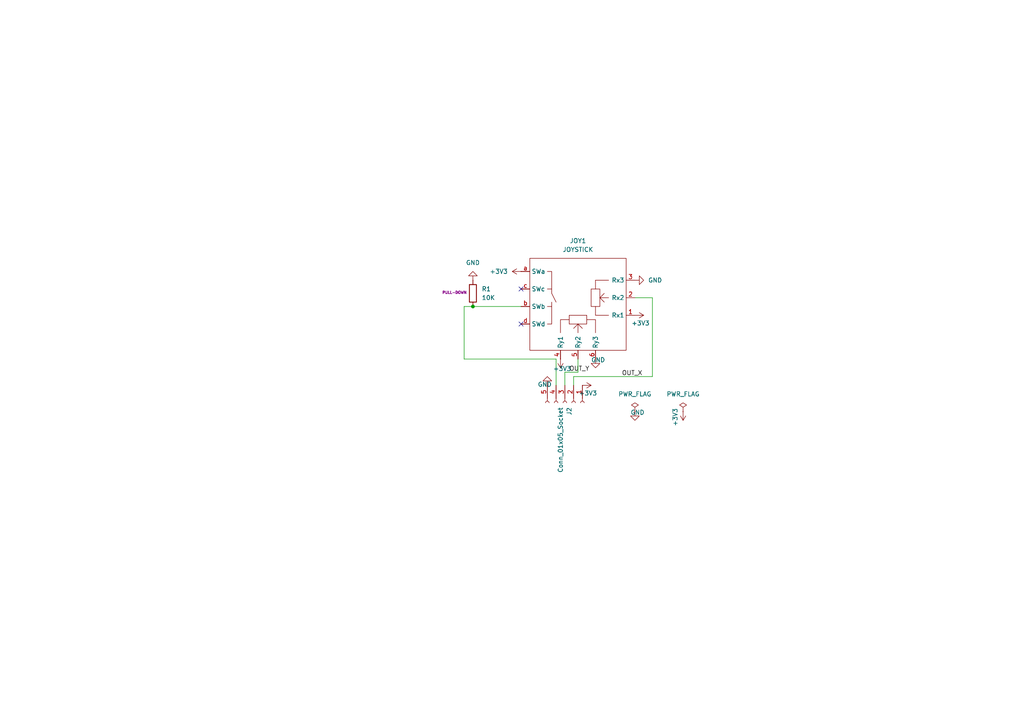
<source format=kicad_sch>
(kicad_sch
	(version 20250114)
	(generator "eeschema")
	(generator_version "9.0")
	(uuid "7a109e87-6f41-431e-98f1-79db863e39e5")
	(paper "A4")
	(title_block
		(title "joystick pcb")
		(date "2025-11-21")
		(rev "2.0")
		(comment 2 "Zane")
	)
	(lib_symbols
		(symbol "Connector:Conn_01x05_Socket"
			(pin_names
				(offset 1.016)
				(hide yes)
			)
			(exclude_from_sim no)
			(in_bom yes)
			(on_board yes)
			(property "Reference" "J"
				(at 0 7.62 0)
				(effects
					(font
						(size 1.27 1.27)
					)
				)
			)
			(property "Value" "Conn_01x05_Socket"
				(at 0 -7.62 0)
				(effects
					(font
						(size 1.27 1.27)
					)
				)
			)
			(property "Footprint" ""
				(at 0 0 0)
				(effects
					(font
						(size 1.27 1.27)
					)
					(hide yes)
				)
			)
			(property "Datasheet" "~"
				(at 0 0 0)
				(effects
					(font
						(size 1.27 1.27)
					)
					(hide yes)
				)
			)
			(property "Description" "Generic connector, single row, 01x05, script generated"
				(at 0 0 0)
				(effects
					(font
						(size 1.27 1.27)
					)
					(hide yes)
				)
			)
			(property "ki_locked" ""
				(at 0 0 0)
				(effects
					(font
						(size 1.27 1.27)
					)
				)
			)
			(property "ki_keywords" "connector"
				(at 0 0 0)
				(effects
					(font
						(size 1.27 1.27)
					)
					(hide yes)
				)
			)
			(property "ki_fp_filters" "Connector*:*_1x??_*"
				(at 0 0 0)
				(effects
					(font
						(size 1.27 1.27)
					)
					(hide yes)
				)
			)
			(symbol "Conn_01x05_Socket_1_1"
				(polyline
					(pts
						(xy -1.27 5.08) (xy -0.508 5.08)
					)
					(stroke
						(width 0.1524)
						(type default)
					)
					(fill
						(type none)
					)
				)
				(polyline
					(pts
						(xy -1.27 2.54) (xy -0.508 2.54)
					)
					(stroke
						(width 0.1524)
						(type default)
					)
					(fill
						(type none)
					)
				)
				(polyline
					(pts
						(xy -1.27 0) (xy -0.508 0)
					)
					(stroke
						(width 0.1524)
						(type default)
					)
					(fill
						(type none)
					)
				)
				(polyline
					(pts
						(xy -1.27 -2.54) (xy -0.508 -2.54)
					)
					(stroke
						(width 0.1524)
						(type default)
					)
					(fill
						(type none)
					)
				)
				(polyline
					(pts
						(xy -1.27 -5.08) (xy -0.508 -5.08)
					)
					(stroke
						(width 0.1524)
						(type default)
					)
					(fill
						(type none)
					)
				)
				(arc
					(start 0 4.572)
					(mid -0.5058 5.08)
					(end 0 5.588)
					(stroke
						(width 0.1524)
						(type default)
					)
					(fill
						(type none)
					)
				)
				(arc
					(start 0 2.032)
					(mid -0.5058 2.54)
					(end 0 3.048)
					(stroke
						(width 0.1524)
						(type default)
					)
					(fill
						(type none)
					)
				)
				(arc
					(start 0 -0.508)
					(mid -0.5058 0)
					(end 0 0.508)
					(stroke
						(width 0.1524)
						(type default)
					)
					(fill
						(type none)
					)
				)
				(arc
					(start 0 -3.048)
					(mid -0.5058 -2.54)
					(end 0 -2.032)
					(stroke
						(width 0.1524)
						(type default)
					)
					(fill
						(type none)
					)
				)
				(arc
					(start 0 -5.588)
					(mid -0.5058 -5.08)
					(end 0 -4.572)
					(stroke
						(width 0.1524)
						(type default)
					)
					(fill
						(type none)
					)
				)
				(pin passive line
					(at -5.08 5.08 0)
					(length 3.81)
					(name "Pin_1"
						(effects
							(font
								(size 1.27 1.27)
							)
						)
					)
					(number "1"
						(effects
							(font
								(size 1.27 1.27)
							)
						)
					)
				)
				(pin passive line
					(at -5.08 2.54 0)
					(length 3.81)
					(name "Pin_2"
						(effects
							(font
								(size 1.27 1.27)
							)
						)
					)
					(number "2"
						(effects
							(font
								(size 1.27 1.27)
							)
						)
					)
				)
				(pin passive line
					(at -5.08 0 0)
					(length 3.81)
					(name "Pin_3"
						(effects
							(font
								(size 1.27 1.27)
							)
						)
					)
					(number "3"
						(effects
							(font
								(size 1.27 1.27)
							)
						)
					)
				)
				(pin passive line
					(at -5.08 -2.54 0)
					(length 3.81)
					(name "Pin_4"
						(effects
							(font
								(size 1.27 1.27)
							)
						)
					)
					(number "4"
						(effects
							(font
								(size 1.27 1.27)
							)
						)
					)
				)
				(pin passive line
					(at -5.08 -5.08 0)
					(length 3.81)
					(name "Pin_5"
						(effects
							(font
								(size 1.27 1.27)
							)
						)
					)
					(number "5"
						(effects
							(font
								(size 1.27 1.27)
							)
						)
					)
				)
			)
			(embedded_fonts no)
		)
		(symbol "Custom:JOYSTICKGIT"
			(exclude_from_sim no)
			(in_bom yes)
			(on_board yes)
			(property "Reference" "U"
				(at -4.318 1.27 0)
				(effects
					(font
						(size 1.27 1.27)
					)
				)
			)
			(property "Value" "JOYSTICKGIT"
				(at -3.048 -1.778 0)
				(effects
					(font
						(size 1.27 1.27)
					)
				)
			)
			(property "Footprint" ""
				(at 0 3.81 0)
				(effects
					(font
						(size 1.27 1.27)
					)
					(hide yes)
				)
			)
			(property "Datasheet" ""
				(at 0 3.81 0)
				(effects
					(font
						(size 1.27 1.27)
					)
					(hide yes)
				)
			)
			(property "Description" ""
				(at 0 3.81 0)
				(effects
					(font
						(size 1.27 1.27)
					)
					(hide yes)
				)
			)
			(symbol "JOYSTICKGIT_1_1"
				(rectangle
					(start -11.43 13.97)
					(end 15.24 -13.97)
					(stroke
						(width 0)
						(type default)
					)
					(fill
						(type none)
					)
				)
				(rectangle
					(start -5.08 5.08)
					(end -5.08 8.89)
					(stroke
						(width 0)
						(type default)
					)
					(fill
						(type none)
					)
				)
				(rectangle
					(start -2.54 6.35)
					(end 2.54 3.81)
					(stroke
						(width 0)
						(type default)
					)
					(fill
						(type none)
					)
				)
				(rectangle
					(start -2.54 5.08)
					(end -5.08 5.08)
					(stroke
						(width 0)
						(type default)
					)
					(fill
						(type none)
					)
				)
				(polyline
					(pts
						(xy -2.54 -7.62) (xy -1.27 -7.62)
					)
					(stroke
						(width 0)
						(type default)
					)
					(fill
						(type none)
					)
				)
				(polyline
					(pts
						(xy -2.54 -8.89) (xy -2.54 -7.62) (xy -7.62 -7.62) (xy -7.62 -8.89)
					)
					(stroke
						(width 0)
						(type default)
					)
					(fill
						(type none)
					)
				)
				(polyline
					(pts
						(xy -1.27 -7.62) (xy 1.27 -6.35)
					)
					(stroke
						(width 0)
						(type default)
					)
					(fill
						(type none)
					)
				)
				(rectangle
					(start 0 8.89)
					(end 0 6.35)
					(stroke
						(width 0)
						(type default)
					)
					(fill
						(type none)
					)
				)
				(polyline
					(pts
						(xy 0 6.35) (xy -1.27 7.62) (xy 0 6.35) (xy 1.27 7.62)
					)
					(stroke
						(width 0)
						(type default)
					)
					(fill
						(type none)
					)
				)
				(rectangle
					(start 2.54 5.08)
					(end 5.08 5.08)
					(stroke
						(width 0)
						(type default)
					)
					(fill
						(type none)
					)
				)
				(polyline
					(pts
						(xy 2.54 -7.62) (xy 1.27 -7.62)
					)
					(stroke
						(width 0)
						(type default)
					)
					(fill
						(type none)
					)
				)
				(polyline
					(pts
						(xy 2.54 -8.89) (xy 2.54 -7.62) (xy 7.62 -7.62) (xy 7.62 -8.89)
					)
					(stroke
						(width 0)
						(type default)
					)
					(fill
						(type none)
					)
				)
				(rectangle
					(start 5.08 5.08)
					(end 5.08 8.89)
					(stroke
						(width 0)
						(type default)
					)
					(fill
						(type none)
					)
				)
				(polyline
					(pts
						(xy 6.35 -2.54) (xy 6.35 -5.08) (xy 10.16 -5.08)
					)
					(stroke
						(width 0)
						(type default)
					)
					(fill
						(type none)
					)
				)
				(polyline
					(pts
						(xy 7.62 0) (xy 8.89 1.27)
					)
					(stroke
						(width 0)
						(type default)
					)
					(fill
						(type none)
					)
				)
				(polyline
					(pts
						(xy 7.62 0) (xy 8.89 -1.27)
					)
					(stroke
						(width 0)
						(type default)
					)
					(fill
						(type none)
					)
				)
				(polyline
					(pts
						(xy 7.62 0) (xy 10.16 0)
					)
					(stroke
						(width 0)
						(type default)
					)
					(fill
						(type none)
					)
				)
				(polyline
					(pts
						(xy 10.16 5.08) (xy 6.35 5.08) (xy 6.35 2.54) (xy 5.08 2.54) (xy 5.08 -2.54) (xy 7.62 -2.54) (xy 7.62 2.54)
						(xy 6.35 2.54)
					)
					(stroke
						(width 0)
						(type default)
					)
					(fill
						(type none)
					)
				)
				(pin passive line
					(at -7.62 -16.51 90)
					(length 2.54)
					(name "SWa"
						(effects
							(font
								(size 1.27 1.27)
							)
						)
					)
					(number "a"
						(effects
							(font
								(size 1.27 1.27)
							)
						)
					)
				)
				(pin passive line
					(at -5.08 16.51 270)
					(length 2.54)
					(name "Rx3"
						(effects
							(font
								(size 1.27 1.27)
							)
						)
					)
					(number "3"
						(effects
							(font
								(size 1.27 1.27)
							)
						)
					)
				)
				(pin passive line
					(at -2.54 -16.51 90)
					(length 2.54)
					(name "SWc"
						(effects
							(font
								(size 1.27 1.27)
							)
						)
					)
					(number "c"
						(effects
							(font
								(size 1.27 1.27)
							)
						)
					)
				)
				(pin passive line
					(at 0 16.51 270)
					(length 2.54)
					(name "Rx2"
						(effects
							(font
								(size 1.27 1.27)
							)
						)
					)
					(number "2"
						(effects
							(font
								(size 1.27 1.27)
							)
						)
					)
				)
				(pin passive line
					(at 2.54 -16.51 90)
					(length 2.54)
					(name "SWb"
						(effects
							(font
								(size 1.27 1.27)
							)
						)
					)
					(number "b"
						(effects
							(font
								(size 1.27 1.27)
							)
						)
					)
				)
				(pin passive line
					(at 5.08 16.51 270)
					(length 2.54)
					(name "Rx1"
						(effects
							(font
								(size 1.27 1.27)
							)
						)
					)
					(number "1"
						(effects
							(font
								(size 1.27 1.27)
							)
						)
					)
				)
				(pin passive line
					(at 7.62 -16.51 90)
					(length 2.54)
					(name "SWd"
						(effects
							(font
								(size 1.27 1.27)
							)
						)
					)
					(number "d"
						(effects
							(font
								(size 1.27 1.27)
							)
						)
					)
				)
				(pin passive line
					(at 17.78 5.08 180)
					(length 2.54)
					(name "Ry3"
						(effects
							(font
								(size 1.27 1.27)
							)
						)
					)
					(number "6"
						(effects
							(font
								(size 1.27 1.27)
							)
						)
					)
				)
				(pin passive line
					(at 17.78 0 180)
					(length 2.54)
					(name "Ry2"
						(effects
							(font
								(size 1.27 1.27)
							)
						)
					)
					(number "5"
						(effects
							(font
								(size 1.27 1.27)
							)
						)
					)
				)
				(pin passive line
					(at 17.78 -5.08 180)
					(length 2.54)
					(name "Ry1"
						(effects
							(font
								(size 1.27 1.27)
							)
						)
					)
					(number "4"
						(effects
							(font
								(size 1.27 1.27)
							)
						)
					)
				)
			)
			(embedded_fonts no)
		)
		(symbol "Device:R"
			(pin_numbers
				(hide yes)
			)
			(pin_names
				(offset 0)
			)
			(exclude_from_sim no)
			(in_bom yes)
			(on_board yes)
			(property "Reference" "R"
				(at 2.032 0 90)
				(effects
					(font
						(size 1.27 1.27)
					)
				)
			)
			(property "Value" "R"
				(at 0 0 90)
				(effects
					(font
						(size 1.27 1.27)
					)
				)
			)
			(property "Footprint" ""
				(at -1.778 0 90)
				(effects
					(font
						(size 1.27 1.27)
					)
					(hide yes)
				)
			)
			(property "Datasheet" "~"
				(at 0 0 0)
				(effects
					(font
						(size 1.27 1.27)
					)
					(hide yes)
				)
			)
			(property "Description" "Resistor"
				(at 0 0 0)
				(effects
					(font
						(size 1.27 1.27)
					)
					(hide yes)
				)
			)
			(property "ki_keywords" "R res resistor"
				(at 0 0 0)
				(effects
					(font
						(size 1.27 1.27)
					)
					(hide yes)
				)
			)
			(property "ki_fp_filters" "R_*"
				(at 0 0 0)
				(effects
					(font
						(size 1.27 1.27)
					)
					(hide yes)
				)
			)
			(symbol "R_0_1"
				(rectangle
					(start -1.016 -2.54)
					(end 1.016 2.54)
					(stroke
						(width 0.254)
						(type default)
					)
					(fill
						(type none)
					)
				)
			)
			(symbol "R_1_1"
				(pin passive line
					(at 0 3.81 270)
					(length 1.27)
					(name "~"
						(effects
							(font
								(size 1.27 1.27)
							)
						)
					)
					(number "1"
						(effects
							(font
								(size 1.27 1.27)
							)
						)
					)
				)
				(pin passive line
					(at 0 -3.81 90)
					(length 1.27)
					(name "~"
						(effects
							(font
								(size 1.27 1.27)
							)
						)
					)
					(number "2"
						(effects
							(font
								(size 1.27 1.27)
							)
						)
					)
				)
			)
			(embedded_fonts no)
		)
		(symbol "power:+3V3"
			(power)
			(pin_numbers
				(hide yes)
			)
			(pin_names
				(offset 0)
				(hide yes)
			)
			(exclude_from_sim no)
			(in_bom yes)
			(on_board yes)
			(property "Reference" "#PWR"
				(at 0 -3.81 0)
				(effects
					(font
						(size 1.27 1.27)
					)
					(hide yes)
				)
			)
			(property "Value" "+3V3"
				(at 0 3.556 0)
				(effects
					(font
						(size 1.27 1.27)
					)
				)
			)
			(property "Footprint" ""
				(at 0 0 0)
				(effects
					(font
						(size 1.27 1.27)
					)
					(hide yes)
				)
			)
			(property "Datasheet" ""
				(at 0 0 0)
				(effects
					(font
						(size 1.27 1.27)
					)
					(hide yes)
				)
			)
			(property "Description" "Power symbol creates a global label with name \"+3V3\""
				(at 0 0 0)
				(effects
					(font
						(size 1.27 1.27)
					)
					(hide yes)
				)
			)
			(property "ki_keywords" "global power"
				(at 0 0 0)
				(effects
					(font
						(size 1.27 1.27)
					)
					(hide yes)
				)
			)
			(symbol "+3V3_0_1"
				(polyline
					(pts
						(xy -0.762 1.27) (xy 0 2.54)
					)
					(stroke
						(width 0)
						(type default)
					)
					(fill
						(type none)
					)
				)
				(polyline
					(pts
						(xy 0 2.54) (xy 0.762 1.27)
					)
					(stroke
						(width 0)
						(type default)
					)
					(fill
						(type none)
					)
				)
				(polyline
					(pts
						(xy 0 0) (xy 0 2.54)
					)
					(stroke
						(width 0)
						(type default)
					)
					(fill
						(type none)
					)
				)
			)
			(symbol "+3V3_1_1"
				(pin power_in line
					(at 0 0 90)
					(length 0)
					(name "~"
						(effects
							(font
								(size 1.27 1.27)
							)
						)
					)
					(number "1"
						(effects
							(font
								(size 1.27 1.27)
							)
						)
					)
				)
			)
			(embedded_fonts no)
		)
		(symbol "power:GND"
			(power)
			(pin_numbers
				(hide yes)
			)
			(pin_names
				(offset 0)
				(hide yes)
			)
			(exclude_from_sim no)
			(in_bom yes)
			(on_board yes)
			(property "Reference" "#PWR"
				(at 0 -6.35 0)
				(effects
					(font
						(size 1.27 1.27)
					)
					(hide yes)
				)
			)
			(property "Value" "GND"
				(at 0 -3.81 0)
				(effects
					(font
						(size 1.27 1.27)
					)
				)
			)
			(property "Footprint" ""
				(at 0 0 0)
				(effects
					(font
						(size 1.27 1.27)
					)
					(hide yes)
				)
			)
			(property "Datasheet" ""
				(at 0 0 0)
				(effects
					(font
						(size 1.27 1.27)
					)
					(hide yes)
				)
			)
			(property "Description" "Power symbol creates a global label with name \"GND\" , ground"
				(at 0 0 0)
				(effects
					(font
						(size 1.27 1.27)
					)
					(hide yes)
				)
			)
			(property "ki_keywords" "global power"
				(at 0 0 0)
				(effects
					(font
						(size 1.27 1.27)
					)
					(hide yes)
				)
			)
			(symbol "GND_0_1"
				(polyline
					(pts
						(xy 0 0) (xy 0 -1.27) (xy 1.27 -1.27) (xy 0 -2.54) (xy -1.27 -1.27) (xy 0 -1.27)
					)
					(stroke
						(width 0)
						(type default)
					)
					(fill
						(type none)
					)
				)
			)
			(symbol "GND_1_1"
				(pin power_in line
					(at 0 0 270)
					(length 0)
					(name "~"
						(effects
							(font
								(size 1.27 1.27)
							)
						)
					)
					(number "1"
						(effects
							(font
								(size 1.27 1.27)
							)
						)
					)
				)
			)
			(embedded_fonts no)
		)
		(symbol "power:PWR_FLAG"
			(power)
			(pin_numbers
				(hide yes)
			)
			(pin_names
				(offset 0)
				(hide yes)
			)
			(exclude_from_sim no)
			(in_bom yes)
			(on_board yes)
			(property "Reference" "#FLG"
				(at 0 1.905 0)
				(effects
					(font
						(size 1.27 1.27)
					)
					(hide yes)
				)
			)
			(property "Value" "PWR_FLAG"
				(at 0 3.81 0)
				(effects
					(font
						(size 1.27 1.27)
					)
				)
			)
			(property "Footprint" ""
				(at 0 0 0)
				(effects
					(font
						(size 1.27 1.27)
					)
					(hide yes)
				)
			)
			(property "Datasheet" "~"
				(at 0 0 0)
				(effects
					(font
						(size 1.27 1.27)
					)
					(hide yes)
				)
			)
			(property "Description" "Special symbol for telling ERC where power comes from"
				(at 0 0 0)
				(effects
					(font
						(size 1.27 1.27)
					)
					(hide yes)
				)
			)
			(property "ki_keywords" "flag power"
				(at 0 0 0)
				(effects
					(font
						(size 1.27 1.27)
					)
					(hide yes)
				)
			)
			(symbol "PWR_FLAG_0_0"
				(pin power_out line
					(at 0 0 90)
					(length 0)
					(name "~"
						(effects
							(font
								(size 1.27 1.27)
							)
						)
					)
					(number "1"
						(effects
							(font
								(size 1.27 1.27)
							)
						)
					)
				)
			)
			(symbol "PWR_FLAG_0_1"
				(polyline
					(pts
						(xy 0 0) (xy 0 1.27) (xy -1.016 1.905) (xy 0 2.54) (xy 1.016 1.905) (xy 0 1.27)
					)
					(stroke
						(width 0)
						(type default)
					)
					(fill
						(type none)
					)
				)
			)
			(embedded_fonts no)
		)
	)
	(junction
		(at 137.16 88.9)
		(diameter 0)
		(color 0 0 0 0)
		(uuid "a01e662f-a9b8-4a42-86b8-5e780a555a0c")
	)
	(no_connect
		(at 151.13 93.98)
		(uuid "648bcf14-b0bb-4156-9086-6e674420488a")
	)
	(no_connect
		(at 151.13 83.82)
		(uuid "81c74d15-222e-486b-8657-201261c08d6c")
	)
	(wire
		(pts
			(xy 134.62 104.14) (xy 134.62 88.9)
		)
		(stroke
			(width 0)
			(type default)
		)
		(uuid "1948b5d7-d811-498d-ab5f-e6103566a099")
	)
	(wire
		(pts
			(xy 189.23 86.36) (xy 189.23 109.22)
		)
		(stroke
			(width 0)
			(type default)
		)
		(uuid "43f5ce2b-dac5-4ec6-b126-890cc3d8c715")
	)
	(wire
		(pts
			(xy 166.37 109.22) (xy 189.23 109.22)
		)
		(stroke
			(width 0)
			(type default)
		)
		(uuid "47d637f0-e757-48fd-b816-0c66b7e2e837")
	)
	(wire
		(pts
			(xy 163.83 107.95) (xy 163.83 111.76)
		)
		(stroke
			(width 0)
			(type default)
		)
		(uuid "85fcb6f7-c66b-498e-a91e-386865b81352")
	)
	(wire
		(pts
			(xy 161.29 111.76) (xy 161.29 104.14)
		)
		(stroke
			(width 0)
			(type default)
		)
		(uuid "a969ebe9-ebe2-43ac-9351-533ad3d80b95")
	)
	(wire
		(pts
			(xy 137.16 88.9) (xy 151.13 88.9)
		)
		(stroke
			(width 0)
			(type default)
		)
		(uuid "b246117d-7297-4bbf-ac74-36b46e35f458")
	)
	(wire
		(pts
			(xy 167.64 104.14) (xy 167.64 107.95)
		)
		(stroke
			(width 0)
			(type default)
		)
		(uuid "b517363b-b76d-4061-b22c-f4c5e7be2808")
	)
	(wire
		(pts
			(xy 134.62 88.9) (xy 137.16 88.9)
		)
		(stroke
			(width 0)
			(type default)
		)
		(uuid "b65447c7-79ea-44b8-9b48-49409c84a270")
	)
	(wire
		(pts
			(xy 166.37 111.76) (xy 166.37 109.22)
		)
		(stroke
			(width 0)
			(type default)
		)
		(uuid "bc1ee7ba-3787-4b65-8e90-898de4f422b6")
	)
	(wire
		(pts
			(xy 189.23 86.36) (xy 184.15 86.36)
		)
		(stroke
			(width 0)
			(type default)
		)
		(uuid "d84b62cd-a840-4697-bfca-b6a369c16dc2")
	)
	(wire
		(pts
			(xy 167.64 107.95) (xy 163.83 107.95)
		)
		(stroke
			(width 0)
			(type default)
		)
		(uuid "e55e26c4-517d-4d2d-9ca7-5ebb0288ad6d")
	)
	(wire
		(pts
			(xy 161.29 104.14) (xy 134.62 104.14)
		)
		(stroke
			(width 0)
			(type default)
		)
		(uuid "f584cd7f-91fa-4979-816e-467807486e81")
	)
	(label "OUT_X"
		(at 180.34 109.22 0)
		(effects
			(font
				(size 1.27 1.27)
			)
			(justify left bottom)
		)
		(uuid "5310bf92-f34a-4406-afef-8db6d5575601")
	)
	(label "OUT_Y"
		(at 165.1 107.95 0)
		(effects
			(font
				(size 1.27 1.27)
			)
			(justify left bottom)
		)
		(uuid "c4d37ac4-150e-42ae-b742-2e66a9d1d101")
	)
	(symbol
		(lib_id "power:GND")
		(at 137.16 81.28 180)
		(unit 1)
		(exclude_from_sim no)
		(in_bom yes)
		(on_board yes)
		(dnp no)
		(fields_autoplaced yes)
		(uuid "02bc08b1-85d7-4ed7-8abf-f63059839d4b")
		(property "Reference" "#PWR011"
			(at 137.16 74.93 0)
			(effects
				(font
					(size 1.27 1.27)
				)
				(hide yes)
			)
		)
		(property "Value" "GND"
			(at 137.16 76.2 0)
			(effects
				(font
					(size 1.27 1.27)
				)
			)
		)
		(property "Footprint" ""
			(at 137.16 81.28 0)
			(effects
				(font
					(size 1.27 1.27)
				)
				(hide yes)
			)
		)
		(property "Datasheet" ""
			(at 137.16 81.28 0)
			(effects
				(font
					(size 1.27 1.27)
				)
				(hide yes)
			)
		)
		(property "Description" "Power symbol creates a global label with name \"GND\" , ground"
			(at 137.16 81.28 0)
			(effects
				(font
					(size 1.27 1.27)
				)
				(hide yes)
			)
		)
		(pin "1"
			(uuid "4753fb44-14ef-4bab-96e7-70cb583992d2")
		)
		(instances
			(project "firstPCB"
				(path "/7a109e87-6f41-431e-98f1-79db863e39e5"
					(reference "#PWR011")
					(unit 1)
				)
			)
		)
	)
	(symbol
		(lib_id "power:PWR_FLAG")
		(at 198.12 119.38 0)
		(unit 1)
		(exclude_from_sim no)
		(in_bom yes)
		(on_board yes)
		(dnp no)
		(fields_autoplaced yes)
		(uuid "142e564d-6652-4463-bb84-8971badd97ca")
		(property "Reference" "#FLG02"
			(at 198.12 117.475 0)
			(effects
				(font
					(size 1.27 1.27)
				)
				(hide yes)
			)
		)
		(property "Value" "PWR_FLAG"
			(at 198.12 114.3 0)
			(effects
				(font
					(size 1.27 1.27)
				)
			)
		)
		(property "Footprint" ""
			(at 198.12 119.38 0)
			(effects
				(font
					(size 1.27 1.27)
				)
				(hide yes)
			)
		)
		(property "Datasheet" "~"
			(at 198.12 119.38 0)
			(effects
				(font
					(size 1.27 1.27)
				)
				(hide yes)
			)
		)
		(property "Description" "Special symbol for telling ERC where power comes from"
			(at 198.12 119.38 0)
			(effects
				(font
					(size 1.27 1.27)
				)
				(hide yes)
			)
		)
		(pin "1"
			(uuid "0198aeaa-2ef3-4eec-9d91-4e17516a35c5")
		)
		(instances
			(project "firstPCB"
				(path "/7a109e87-6f41-431e-98f1-79db863e39e5"
					(reference "#FLG02")
					(unit 1)
				)
			)
		)
	)
	(symbol
		(lib_id "power:GND")
		(at 158.75 111.76 180)
		(unit 1)
		(exclude_from_sim no)
		(in_bom yes)
		(on_board yes)
		(dnp no)
		(uuid "180205a3-1028-4396-81c8-a4d482e94ff3")
		(property "Reference" "#PWR08"
			(at 158.75 105.41 0)
			(effects
				(font
					(size 1.27 1.27)
				)
				(hide yes)
			)
		)
		(property "Value" "GND"
			(at 157.988 111.506 0)
			(effects
				(font
					(size 1.27 1.27)
				)
			)
		)
		(property "Footprint" ""
			(at 158.75 111.76 0)
			(effects
				(font
					(size 1.27 1.27)
				)
				(hide yes)
			)
		)
		(property "Datasheet" ""
			(at 158.75 111.76 0)
			(effects
				(font
					(size 1.27 1.27)
				)
				(hide yes)
			)
		)
		(property "Description" "Power symbol creates a global label with name \"GND\" , ground"
			(at 158.75 111.76 0)
			(effects
				(font
					(size 1.27 1.27)
				)
				(hide yes)
			)
		)
		(pin "1"
			(uuid "307d09b5-b47d-4f0e-b012-1629edcdf1d0")
		)
		(instances
			(project "firstPCB"
				(path "/7a109e87-6f41-431e-98f1-79db863e39e5"
					(reference "#PWR08")
					(unit 1)
				)
			)
		)
	)
	(symbol
		(lib_id "power:+3V3")
		(at 184.15 91.44 270)
		(unit 1)
		(exclude_from_sim no)
		(in_bom yes)
		(on_board yes)
		(dnp no)
		(uuid "371b6dfe-8ba0-483d-8ae9-64e61f42219a")
		(property "Reference" "#PWR04"
			(at 180.34 91.44 0)
			(effects
				(font
					(size 1.27 1.27)
				)
				(hide yes)
			)
		)
		(property "Value" "+3V3"
			(at 183.134 93.726 90)
			(effects
				(font
					(size 1.27 1.27)
				)
				(justify left)
			)
		)
		(property "Footprint" ""
			(at 184.15 91.44 0)
			(effects
				(font
					(size 1.27 1.27)
				)
				(hide yes)
			)
		)
		(property "Datasheet" ""
			(at 184.15 91.44 0)
			(effects
				(font
					(size 1.27 1.27)
				)
				(hide yes)
			)
		)
		(property "Description" "Power symbol creates a global label with name \"+3V3\""
			(at 184.15 91.44 0)
			(effects
				(font
					(size 1.27 1.27)
				)
				(hide yes)
			)
		)
		(pin "1"
			(uuid "6e706891-4b38-4b81-8985-1dce699320ed")
		)
		(instances
			(project ""
				(path "/7a109e87-6f41-431e-98f1-79db863e39e5"
					(reference "#PWR04")
					(unit 1)
				)
			)
		)
	)
	(symbol
		(lib_id "Connector:Conn_01x05_Socket")
		(at 163.83 116.84 270)
		(unit 1)
		(exclude_from_sim no)
		(in_bom yes)
		(on_board yes)
		(dnp no)
		(uuid "38b2e66c-5aa8-4a85-9377-e3ec0e1a6623")
		(property "Reference" "J2"
			(at 165.1001 118.11 0)
			(effects
				(font
					(size 1.27 1.27)
				)
				(justify left)
			)
		)
		(property "Value" "Conn_01x05_Socket"
			(at 162.5601 118.11 0)
			(effects
				(font
					(size 1.27 1.27)
				)
				(justify left)
			)
		)
		(property "Footprint" "Connector_PinSocket_2.00mm:PinSocket_1x05_P2.00mm_Vertical"
			(at 163.83 116.84 0)
			(effects
				(font
					(size 1.27 1.27)
				)
				(hide yes)
			)
		)
		(property "Datasheet" "~"
			(at 163.83 116.84 0)
			(effects
				(font
					(size 1.27 1.27)
				)
				(hide yes)
			)
		)
		(property "Description" "Generic connector, single row, 01x05, script generated"
			(at 163.83 116.84 0)
			(effects
				(font
					(size 1.27 1.27)
				)
				(hide yes)
			)
		)
		(property "Sim.Pins" ""
			(at 163.83 116.84 0)
			(effects
				(font
					(size 1.27 1.27)
				)
				(hide yes)
			)
		)
		(pin "2"
			(uuid "5b326d25-68a7-4079-90d2-257f1a58f911")
		)
		(pin "4"
			(uuid "4d4998e0-d568-4b28-8a8e-80b1b4e386b7")
		)
		(pin "3"
			(uuid "103b254d-e2f5-415b-b68c-2f77165c8d24")
		)
		(pin "1"
			(uuid "4005f646-6baf-4bbb-b147-d5d3cb84ff9c")
		)
		(pin "5"
			(uuid "f9e68a6c-c3a8-4266-b595-05821769176d")
		)
		(instances
			(project ""
				(path "/7a109e87-6f41-431e-98f1-79db863e39e5"
					(reference "J2")
					(unit 1)
				)
			)
		)
	)
	(symbol
		(lib_id "power:GND")
		(at 184.15 119.38 0)
		(unit 1)
		(exclude_from_sim no)
		(in_bom yes)
		(on_board yes)
		(dnp no)
		(uuid "3a316822-68c0-4202-97a2-0132b8e6b3b3")
		(property "Reference" "#PWR07"
			(at 184.15 125.73 0)
			(effects
				(font
					(size 1.27 1.27)
				)
				(hide yes)
			)
		)
		(property "Value" "GND"
			(at 184.912 119.634 0)
			(effects
				(font
					(size 1.27 1.27)
				)
			)
		)
		(property "Footprint" ""
			(at 184.15 119.38 0)
			(effects
				(font
					(size 1.27 1.27)
				)
				(hide yes)
			)
		)
		(property "Datasheet" ""
			(at 184.15 119.38 0)
			(effects
				(font
					(size 1.27 1.27)
				)
				(hide yes)
			)
		)
		(property "Description" "Power symbol creates a global label with name \"GND\" , ground"
			(at 184.15 119.38 0)
			(effects
				(font
					(size 1.27 1.27)
				)
				(hide yes)
			)
		)
		(pin "1"
			(uuid "4bc52af7-837c-4661-a016-d00d87f47d71")
		)
		(instances
			(project "firstPCB"
				(path "/7a109e87-6f41-431e-98f1-79db863e39e5"
					(reference "#PWR07")
					(unit 1)
				)
			)
		)
	)
	(symbol
		(lib_id "power:+3V3")
		(at 151.13 78.74 90)
		(unit 1)
		(exclude_from_sim no)
		(in_bom yes)
		(on_board yes)
		(dnp no)
		(fields_autoplaced yes)
		(uuid "6f925d8e-8e61-4531-bd28-eb15a1c8efbc")
		(property "Reference" "#PWR06"
			(at 154.94 78.74 0)
			(effects
				(font
					(size 1.27 1.27)
				)
				(hide yes)
			)
		)
		(property "Value" "+3V3"
			(at 147.32 78.7399 90)
			(effects
				(font
					(size 1.27 1.27)
				)
				(justify left)
			)
		)
		(property "Footprint" ""
			(at 151.13 78.74 0)
			(effects
				(font
					(size 1.27 1.27)
				)
				(hide yes)
			)
		)
		(property "Datasheet" ""
			(at 151.13 78.74 0)
			(effects
				(font
					(size 1.27 1.27)
				)
				(hide yes)
			)
		)
		(property "Description" "Power symbol creates a global label with name \"+3V3\""
			(at 151.13 78.74 0)
			(effects
				(font
					(size 1.27 1.27)
				)
				(hide yes)
			)
		)
		(pin "1"
			(uuid "9ba87564-e2f7-4abd-bc4e-3478fa092e0c")
		)
		(instances
			(project "firstPCB"
				(path "/7a109e87-6f41-431e-98f1-79db863e39e5"
					(reference "#PWR06")
					(unit 1)
				)
			)
		)
	)
	(symbol
		(lib_id "power:PWR_FLAG")
		(at 184.15 119.38 0)
		(unit 1)
		(exclude_from_sim no)
		(in_bom yes)
		(on_board yes)
		(dnp no)
		(fields_autoplaced yes)
		(uuid "85796114-7511-4b2d-861c-aeaef83c0396")
		(property "Reference" "#FLG01"
			(at 184.15 117.475 0)
			(effects
				(font
					(size 1.27 1.27)
				)
				(hide yes)
			)
		)
		(property "Value" "PWR_FLAG"
			(at 184.15 114.3 0)
			(effects
				(font
					(size 1.27 1.27)
				)
			)
		)
		(property "Footprint" ""
			(at 184.15 119.38 0)
			(effects
				(font
					(size 1.27 1.27)
				)
				(hide yes)
			)
		)
		(property "Datasheet" "~"
			(at 184.15 119.38 0)
			(effects
				(font
					(size 1.27 1.27)
				)
				(hide yes)
			)
		)
		(property "Description" "Special symbol for telling ERC where power comes from"
			(at 184.15 119.38 0)
			(effects
				(font
					(size 1.27 1.27)
				)
				(hide yes)
			)
		)
		(pin "1"
			(uuid "8821c8de-0c0f-4100-adab-cc45ec62a5f0")
		)
		(instances
			(project ""
				(path "/7a109e87-6f41-431e-98f1-79db863e39e5"
					(reference "#FLG01")
					(unit 1)
				)
			)
		)
	)
	(symbol
		(lib_id "power:+3V3")
		(at 168.91 111.76 270)
		(unit 1)
		(exclude_from_sim no)
		(in_bom yes)
		(on_board yes)
		(dnp no)
		(uuid "90286c38-ff8f-4a69-a812-9b7584ac0c29")
		(property "Reference" "#PWR010"
			(at 165.1 111.76 0)
			(effects
				(font
					(size 1.27 1.27)
				)
				(hide yes)
			)
		)
		(property "Value" "+3V3"
			(at 167.894 114.046 90)
			(effects
				(font
					(size 1.27 1.27)
				)
				(justify left)
			)
		)
		(property "Footprint" ""
			(at 168.91 111.76 0)
			(effects
				(font
					(size 1.27 1.27)
				)
				(hide yes)
			)
		)
		(property "Datasheet" ""
			(at 168.91 111.76 0)
			(effects
				(font
					(size 1.27 1.27)
				)
				(hide yes)
			)
		)
		(property "Description" "Power symbol creates a global label with name \"+3V3\""
			(at 168.91 111.76 0)
			(effects
				(font
					(size 1.27 1.27)
				)
				(hide yes)
			)
		)
		(pin "1"
			(uuid "7f2af96f-47af-4019-a03b-1b2abf2b99cb")
		)
		(instances
			(project "firstPCB"
				(path "/7a109e87-6f41-431e-98f1-79db863e39e5"
					(reference "#PWR010")
					(unit 1)
				)
			)
		)
	)
	(symbol
		(lib_id "power:GND")
		(at 172.72 104.14 0)
		(unit 1)
		(exclude_from_sim no)
		(in_bom yes)
		(on_board yes)
		(dnp no)
		(uuid "950ce150-64d6-49b4-aeec-fabb2ef53c6d")
		(property "Reference" "#PWR02"
			(at 172.72 110.49 0)
			(effects
				(font
					(size 1.27 1.27)
				)
				(hide yes)
			)
		)
		(property "Value" "GND"
			(at 173.482 104.394 0)
			(effects
				(font
					(size 1.27 1.27)
				)
			)
		)
		(property "Footprint" ""
			(at 172.72 104.14 0)
			(effects
				(font
					(size 1.27 1.27)
				)
				(hide yes)
			)
		)
		(property "Datasheet" ""
			(at 172.72 104.14 0)
			(effects
				(font
					(size 1.27 1.27)
				)
				(hide yes)
			)
		)
		(property "Description" "Power symbol creates a global label with name \"GND\" , ground"
			(at 172.72 104.14 0)
			(effects
				(font
					(size 1.27 1.27)
				)
				(hide yes)
			)
		)
		(pin "1"
			(uuid "56eb3dab-cffb-46c4-b201-971b7ccd0726")
		)
		(instances
			(project "firstPCB"
				(path "/7a109e87-6f41-431e-98f1-79db863e39e5"
					(reference "#PWR02")
					(unit 1)
				)
			)
		)
	)
	(symbol
		(lib_id "power:+3V3")
		(at 162.56 104.14 180)
		(unit 1)
		(exclude_from_sim no)
		(in_bom yes)
		(on_board yes)
		(dnp no)
		(uuid "9f44531e-2cd2-43af-8dc1-88bf73940f5b")
		(property "Reference" "#PWR05"
			(at 162.56 100.33 0)
			(effects
				(font
					(size 1.27 1.27)
				)
				(hide yes)
			)
		)
		(property "Value" "+3V3"
			(at 163.068 106.934 0)
			(effects
				(font
					(size 1.27 1.27)
				)
			)
		)
		(property "Footprint" ""
			(at 162.56 104.14 0)
			(effects
				(font
					(size 1.27 1.27)
				)
				(hide yes)
			)
		)
		(property "Datasheet" ""
			(at 162.56 104.14 0)
			(effects
				(font
					(size 1.27 1.27)
				)
				(hide yes)
			)
		)
		(property "Description" "Power symbol creates a global label with name \"+3V3\""
			(at 162.56 104.14 0)
			(effects
				(font
					(size 1.27 1.27)
				)
				(hide yes)
			)
		)
		(pin "1"
			(uuid "00762651-05f2-4a1e-859a-04682ce729d7")
		)
		(instances
			(project "firstPCB"
				(path "/7a109e87-6f41-431e-98f1-79db863e39e5"
					(reference "#PWR05")
					(unit 1)
				)
			)
		)
	)
	(symbol
		(lib_id "power:GND")
		(at 184.15 81.28 90)
		(unit 1)
		(exclude_from_sim no)
		(in_bom yes)
		(on_board yes)
		(dnp no)
		(fields_autoplaced yes)
		(uuid "aac6722b-5d2e-489d-ac3f-b53aca7af284")
		(property "Reference" "#PWR01"
			(at 190.5 81.28 0)
			(effects
				(font
					(size 1.27 1.27)
				)
				(hide yes)
			)
		)
		(property "Value" "GND"
			(at 187.96 81.2799 90)
			(effects
				(font
					(size 1.27 1.27)
				)
				(justify right)
			)
		)
		(property "Footprint" ""
			(at 184.15 81.28 0)
			(effects
				(font
					(size 1.27 1.27)
				)
				(hide yes)
			)
		)
		(property "Datasheet" ""
			(at 184.15 81.28 0)
			(effects
				(font
					(size 1.27 1.27)
				)
				(hide yes)
			)
		)
		(property "Description" "Power symbol creates a global label with name \"GND\" , ground"
			(at 184.15 81.28 0)
			(effects
				(font
					(size 1.27 1.27)
				)
				(hide yes)
			)
		)
		(pin "1"
			(uuid "54a0249c-05ef-40bf-8aca-7ed728f3fcbb")
		)
		(instances
			(project ""
				(path "/7a109e87-6f41-431e-98f1-79db863e39e5"
					(reference "#PWR01")
					(unit 1)
				)
			)
		)
	)
	(symbol
		(lib_id "Custom:JOYSTICKGIT")
		(at 167.64 86.36 270)
		(unit 1)
		(exclude_from_sim no)
		(in_bom yes)
		(on_board yes)
		(dnp no)
		(fields_autoplaced yes)
		(uuid "cf7a3db7-d5d0-4daf-8e93-4c8d5c81a97c")
		(property "Reference" "JOY1"
			(at 167.64 69.85 90)
			(effects
				(font
					(size 1.27 1.27)
				)
			)
		)
		(property "Value" "JOYSTICK"
			(at 167.64 72.39 90)
			(effects
				(font
					(size 1.27 1.27)
				)
			)
		)
		(property "Footprint" "FOOTPRINTS:Joystick"
			(at 171.45 86.36 0)
			(effects
				(font
					(size 1.27 1.27)
				)
				(hide yes)
			)
		)
		(property "Datasheet" ""
			(at 171.45 86.36 0)
			(effects
				(font
					(size 1.27 1.27)
				)
				(hide yes)
			)
		)
		(property "Description" ""
			(at 171.45 86.36 0)
			(effects
				(font
					(size 1.27 1.27)
				)
				(hide yes)
			)
		)
		(property "Sim.Pins" ""
			(at 167.64 86.36 90)
			(effects
				(font
					(size 1.27 1.27)
				)
				(hide yes)
			)
		)
		(pin "d"
			(uuid "e9e928e8-9c3c-4a52-a98a-e125a5a05734")
		)
		(pin "a"
			(uuid "7d347574-fab0-4697-b2fc-65e8edae5748")
		)
		(pin "3"
			(uuid "a12aa00d-726f-4d71-8cff-2eeecc91494a")
		)
		(pin "b"
			(uuid "dfe7a0ef-fe26-4d1a-bca6-3b43a35120f9")
		)
		(pin "6"
			(uuid "f65b6f17-d620-4392-b5ff-7578d47d0315")
		)
		(pin "5"
			(uuid "cbc22cfd-58bf-4142-bbcd-5b5016b2fdac")
		)
		(pin "1"
			(uuid "39077084-1a13-4b52-9c83-8242d6cf8916")
		)
		(pin "4"
			(uuid "463a48b9-315b-4fa9-8e20-fa72b37d306e")
		)
		(pin "c"
			(uuid "27adc8c3-ee49-443e-8e73-696fcb82d191")
		)
		(pin "2"
			(uuid "fc186148-c073-4552-9c69-19e50aeb8374")
		)
		(instances
			(project ""
				(path "/7a109e87-6f41-431e-98f1-79db863e39e5"
					(reference "JOY1")
					(unit 1)
				)
			)
		)
	)
	(symbol
		(lib_id "Device:R")
		(at 137.16 85.09 0)
		(unit 1)
		(exclude_from_sim no)
		(in_bom yes)
		(on_board yes)
		(dnp no)
		(uuid "e29103b4-0750-49a6-8549-d665b9705f32")
		(property "Reference" "R1"
			(at 139.7 83.8199 0)
			(effects
				(font
					(size 1.27 1.27)
				)
				(justify left)
			)
		)
		(property "Value" "10K"
			(at 139.7 86.3599 0)
			(effects
				(font
					(size 1.27 1.27)
				)
				(justify left)
			)
		)
		(property "Footprint" "Resistor_SMD:R_0805_2012Metric_Pad1.20x1.40mm_HandSolder"
			(at 135.382 85.09 90)
			(effects
				(font
					(size 1.27 1.27)
				)
				(hide yes)
			)
		)
		(property "Datasheet" "~"
			(at 137.16 85.09 0)
			(effects
				(font
					(size 1.27 1.27)
				)
				(hide yes)
			)
		)
		(property "Description" "Resistor"
			(at 137.16 85.09 0)
			(effects
				(font
					(size 1.27 1.27)
				)
				(hide yes)
			)
		)
		(property "Function" "PULL-DOWN"
			(at 131.826 84.836 0)
			(effects
				(font
					(size 0.762 0.762)
				)
			)
		)
		(property "Sim.Pins" ""
			(at 137.16 85.09 0)
			(effects
				(font
					(size 1.27 1.27)
				)
				(hide yes)
			)
		)
		(pin "2"
			(uuid "800f141e-1977-487a-9c5a-270f4f253944")
		)
		(pin "1"
			(uuid "7dd6ce1b-09bb-4dc1-8108-2072682c3d9f")
		)
		(instances
			(project ""
				(path "/7a109e87-6f41-431e-98f1-79db863e39e5"
					(reference "R1")
					(unit 1)
				)
			)
		)
	)
	(symbol
		(lib_id "power:+3V3")
		(at 198.12 119.38 180)
		(unit 1)
		(exclude_from_sim no)
		(in_bom yes)
		(on_board yes)
		(dnp no)
		(uuid "f71d5120-4551-4d63-88ea-930d5642383c")
		(property "Reference" "#PWR09"
			(at 198.12 115.57 0)
			(effects
				(font
					(size 1.27 1.27)
				)
				(hide yes)
			)
		)
		(property "Value" "+3V3"
			(at 195.834 118.364 90)
			(effects
				(font
					(size 1.27 1.27)
				)
				(justify left)
			)
		)
		(property "Footprint" ""
			(at 198.12 119.38 0)
			(effects
				(font
					(size 1.27 1.27)
				)
				(hide yes)
			)
		)
		(property "Datasheet" ""
			(at 198.12 119.38 0)
			(effects
				(font
					(size 1.27 1.27)
				)
				(hide yes)
			)
		)
		(property "Description" "Power symbol creates a global label with name \"+3V3\""
			(at 198.12 119.38 0)
			(effects
				(font
					(size 1.27 1.27)
				)
				(hide yes)
			)
		)
		(pin "1"
			(uuid "2256309d-cf2f-4438-a823-938f6882179a")
		)
		(instances
			(project "firstPCB"
				(path "/7a109e87-6f41-431e-98f1-79db863e39e5"
					(reference "#PWR09")
					(unit 1)
				)
			)
		)
	)
	(sheet_instances
		(path "/"
			(page "1")
		)
	)
	(embedded_fonts no)
)

</source>
